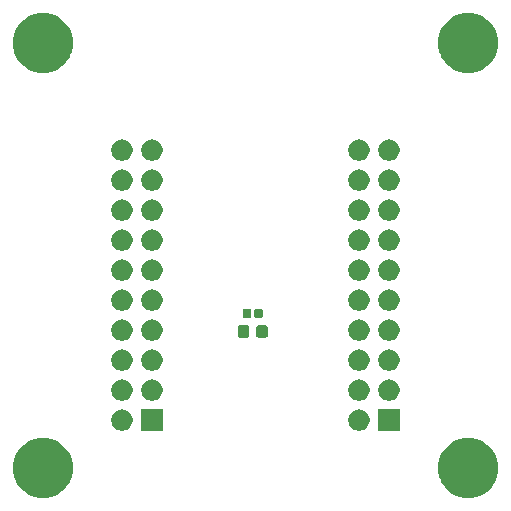
<source format=gbr>
G04 #@! TF.GenerationSoftware,KiCad,Pcbnew,(5.1.6)-1*
G04 #@! TF.CreationDate,2020-10-15T11:20:42+02:00*
G04 #@! TF.ProjectId,DynOSSAT-EDU-HeaderAdapter,44796e4f-5353-4415-942d-4544552d4865,rev?*
G04 #@! TF.SameCoordinates,Original*
G04 #@! TF.FileFunction,Soldermask,Top*
G04 #@! TF.FilePolarity,Negative*
%FSLAX46Y46*%
G04 Gerber Fmt 4.6, Leading zero omitted, Abs format (unit mm)*
G04 Created by KiCad (PCBNEW (5.1.6)-1) date 2020-10-15 11:20:42*
%MOMM*%
%LPD*%
G01*
G04 APERTURE LIST*
%ADD10C,0.100000*%
G04 APERTURE END LIST*
D10*
G36*
X154110098Y-118400233D02*
G01*
X154550210Y-118582533D01*
X154574352Y-118592533D01*
X154992168Y-118871709D01*
X155347491Y-119227032D01*
X155626667Y-119644848D01*
X155626668Y-119644850D01*
X155818967Y-120109102D01*
X155917000Y-120601947D01*
X155917000Y-121104453D01*
X155818967Y-121597298D01*
X155701235Y-121881529D01*
X155626667Y-122061552D01*
X155347491Y-122479368D01*
X154992168Y-122834691D01*
X154574352Y-123113867D01*
X154574351Y-123113868D01*
X154574350Y-123113868D01*
X154110098Y-123306167D01*
X153617253Y-123404200D01*
X153114747Y-123404200D01*
X152621902Y-123306167D01*
X152157650Y-123113868D01*
X152157649Y-123113868D01*
X152157648Y-123113867D01*
X151739832Y-122834691D01*
X151384509Y-122479368D01*
X151105333Y-122061552D01*
X151030765Y-121881529D01*
X150913033Y-121597298D01*
X150815000Y-121104453D01*
X150815000Y-120601947D01*
X150913033Y-120109102D01*
X151105332Y-119644850D01*
X151105333Y-119644848D01*
X151384509Y-119227032D01*
X151739832Y-118871709D01*
X152157648Y-118592533D01*
X152181790Y-118582533D01*
X152621902Y-118400233D01*
X153114747Y-118302200D01*
X153617253Y-118302200D01*
X154110098Y-118400233D01*
G37*
G36*
X118108098Y-118390233D02*
G01*
X118572350Y-118582532D01*
X118572352Y-118582533D01*
X118990168Y-118861709D01*
X119345491Y-119217032D01*
X119475676Y-119411868D01*
X119624668Y-119634850D01*
X119816967Y-120099102D01*
X119915000Y-120591947D01*
X119915000Y-121094453D01*
X119816967Y-121587298D01*
X119664496Y-121955396D01*
X119624667Y-122051552D01*
X119345491Y-122469368D01*
X118990168Y-122824691D01*
X118572352Y-123103867D01*
X118572351Y-123103868D01*
X118572350Y-123103868D01*
X118108098Y-123296167D01*
X117615253Y-123394200D01*
X117112747Y-123394200D01*
X116619902Y-123296167D01*
X116155650Y-123103868D01*
X116155649Y-123103868D01*
X116155648Y-123103867D01*
X115737832Y-122824691D01*
X115382509Y-122469368D01*
X115103333Y-122051552D01*
X115063504Y-121955396D01*
X114911033Y-121587298D01*
X114813000Y-121094453D01*
X114813000Y-120591947D01*
X114911033Y-120099102D01*
X115103332Y-119634850D01*
X115252324Y-119411868D01*
X115382509Y-119217032D01*
X115737832Y-118861709D01*
X116155648Y-118582533D01*
X116155650Y-118582532D01*
X116619902Y-118390233D01*
X117112747Y-118292200D01*
X117615253Y-118292200D01*
X118108098Y-118390233D01*
G37*
G36*
X124167112Y-115893127D02*
G01*
X124316412Y-115922824D01*
X124480384Y-115990744D01*
X124627954Y-116089347D01*
X124753453Y-116214846D01*
X124852056Y-116362416D01*
X124919976Y-116526388D01*
X124954600Y-116700459D01*
X124954600Y-116877941D01*
X124919976Y-117052012D01*
X124852056Y-117215984D01*
X124753453Y-117363554D01*
X124627954Y-117489053D01*
X124480384Y-117587656D01*
X124316412Y-117655576D01*
X124167112Y-117685273D01*
X124142342Y-117690200D01*
X123964858Y-117690200D01*
X123940088Y-117685273D01*
X123790788Y-117655576D01*
X123626816Y-117587656D01*
X123479246Y-117489053D01*
X123353747Y-117363554D01*
X123255144Y-117215984D01*
X123187224Y-117052012D01*
X123152600Y-116877941D01*
X123152600Y-116700459D01*
X123187224Y-116526388D01*
X123255144Y-116362416D01*
X123353747Y-116214846D01*
X123479246Y-116089347D01*
X123626816Y-115990744D01*
X123790788Y-115922824D01*
X123940088Y-115893127D01*
X123964858Y-115888200D01*
X124142342Y-115888200D01*
X124167112Y-115893127D01*
G37*
G36*
X147560600Y-117690200D02*
G01*
X145758600Y-117690200D01*
X145758600Y-115888200D01*
X147560600Y-115888200D01*
X147560600Y-117690200D01*
G37*
G36*
X144233112Y-115893127D02*
G01*
X144382412Y-115922824D01*
X144546384Y-115990744D01*
X144693954Y-116089347D01*
X144819453Y-116214846D01*
X144918056Y-116362416D01*
X144985976Y-116526388D01*
X145020600Y-116700459D01*
X145020600Y-116877941D01*
X144985976Y-117052012D01*
X144918056Y-117215984D01*
X144819453Y-117363554D01*
X144693954Y-117489053D01*
X144546384Y-117587656D01*
X144382412Y-117655576D01*
X144233112Y-117685273D01*
X144208342Y-117690200D01*
X144030858Y-117690200D01*
X144006088Y-117685273D01*
X143856788Y-117655576D01*
X143692816Y-117587656D01*
X143545246Y-117489053D01*
X143419747Y-117363554D01*
X143321144Y-117215984D01*
X143253224Y-117052012D01*
X143218600Y-116877941D01*
X143218600Y-116700459D01*
X143253224Y-116526388D01*
X143321144Y-116362416D01*
X143419747Y-116214846D01*
X143545246Y-116089347D01*
X143692816Y-115990744D01*
X143856788Y-115922824D01*
X144006088Y-115893127D01*
X144030858Y-115888200D01*
X144208342Y-115888200D01*
X144233112Y-115893127D01*
G37*
G36*
X127494600Y-117690200D02*
G01*
X125692600Y-117690200D01*
X125692600Y-115888200D01*
X127494600Y-115888200D01*
X127494600Y-117690200D01*
G37*
G36*
X126707112Y-113353127D02*
G01*
X126856412Y-113382824D01*
X127020384Y-113450744D01*
X127167954Y-113549347D01*
X127293453Y-113674846D01*
X127392056Y-113822416D01*
X127459976Y-113986388D01*
X127494600Y-114160459D01*
X127494600Y-114337941D01*
X127459976Y-114512012D01*
X127392056Y-114675984D01*
X127293453Y-114823554D01*
X127167954Y-114949053D01*
X127020384Y-115047656D01*
X126856412Y-115115576D01*
X126707112Y-115145273D01*
X126682342Y-115150200D01*
X126504858Y-115150200D01*
X126480088Y-115145273D01*
X126330788Y-115115576D01*
X126166816Y-115047656D01*
X126019246Y-114949053D01*
X125893747Y-114823554D01*
X125795144Y-114675984D01*
X125727224Y-114512012D01*
X125692600Y-114337941D01*
X125692600Y-114160459D01*
X125727224Y-113986388D01*
X125795144Y-113822416D01*
X125893747Y-113674846D01*
X126019246Y-113549347D01*
X126166816Y-113450744D01*
X126330788Y-113382824D01*
X126480088Y-113353127D01*
X126504858Y-113348200D01*
X126682342Y-113348200D01*
X126707112Y-113353127D01*
G37*
G36*
X124167112Y-113353127D02*
G01*
X124316412Y-113382824D01*
X124480384Y-113450744D01*
X124627954Y-113549347D01*
X124753453Y-113674846D01*
X124852056Y-113822416D01*
X124919976Y-113986388D01*
X124954600Y-114160459D01*
X124954600Y-114337941D01*
X124919976Y-114512012D01*
X124852056Y-114675984D01*
X124753453Y-114823554D01*
X124627954Y-114949053D01*
X124480384Y-115047656D01*
X124316412Y-115115576D01*
X124167112Y-115145273D01*
X124142342Y-115150200D01*
X123964858Y-115150200D01*
X123940088Y-115145273D01*
X123790788Y-115115576D01*
X123626816Y-115047656D01*
X123479246Y-114949053D01*
X123353747Y-114823554D01*
X123255144Y-114675984D01*
X123187224Y-114512012D01*
X123152600Y-114337941D01*
X123152600Y-114160459D01*
X123187224Y-113986388D01*
X123255144Y-113822416D01*
X123353747Y-113674846D01*
X123479246Y-113549347D01*
X123626816Y-113450744D01*
X123790788Y-113382824D01*
X123940088Y-113353127D01*
X123964858Y-113348200D01*
X124142342Y-113348200D01*
X124167112Y-113353127D01*
G37*
G36*
X146773112Y-113353127D02*
G01*
X146922412Y-113382824D01*
X147086384Y-113450744D01*
X147233954Y-113549347D01*
X147359453Y-113674846D01*
X147458056Y-113822416D01*
X147525976Y-113986388D01*
X147560600Y-114160459D01*
X147560600Y-114337941D01*
X147525976Y-114512012D01*
X147458056Y-114675984D01*
X147359453Y-114823554D01*
X147233954Y-114949053D01*
X147086384Y-115047656D01*
X146922412Y-115115576D01*
X146773112Y-115145273D01*
X146748342Y-115150200D01*
X146570858Y-115150200D01*
X146546088Y-115145273D01*
X146396788Y-115115576D01*
X146232816Y-115047656D01*
X146085246Y-114949053D01*
X145959747Y-114823554D01*
X145861144Y-114675984D01*
X145793224Y-114512012D01*
X145758600Y-114337941D01*
X145758600Y-114160459D01*
X145793224Y-113986388D01*
X145861144Y-113822416D01*
X145959747Y-113674846D01*
X146085246Y-113549347D01*
X146232816Y-113450744D01*
X146396788Y-113382824D01*
X146546088Y-113353127D01*
X146570858Y-113348200D01*
X146748342Y-113348200D01*
X146773112Y-113353127D01*
G37*
G36*
X144233112Y-113353127D02*
G01*
X144382412Y-113382824D01*
X144546384Y-113450744D01*
X144693954Y-113549347D01*
X144819453Y-113674846D01*
X144918056Y-113822416D01*
X144985976Y-113986388D01*
X145020600Y-114160459D01*
X145020600Y-114337941D01*
X144985976Y-114512012D01*
X144918056Y-114675984D01*
X144819453Y-114823554D01*
X144693954Y-114949053D01*
X144546384Y-115047656D01*
X144382412Y-115115576D01*
X144233112Y-115145273D01*
X144208342Y-115150200D01*
X144030858Y-115150200D01*
X144006088Y-115145273D01*
X143856788Y-115115576D01*
X143692816Y-115047656D01*
X143545246Y-114949053D01*
X143419747Y-114823554D01*
X143321144Y-114675984D01*
X143253224Y-114512012D01*
X143218600Y-114337941D01*
X143218600Y-114160459D01*
X143253224Y-113986388D01*
X143321144Y-113822416D01*
X143419747Y-113674846D01*
X143545246Y-113549347D01*
X143692816Y-113450744D01*
X143856788Y-113382824D01*
X144006088Y-113353127D01*
X144030858Y-113348200D01*
X144208342Y-113348200D01*
X144233112Y-113353127D01*
G37*
G36*
X126707112Y-110813127D02*
G01*
X126856412Y-110842824D01*
X127020384Y-110910744D01*
X127167954Y-111009347D01*
X127293453Y-111134846D01*
X127392056Y-111282416D01*
X127459976Y-111446388D01*
X127494600Y-111620459D01*
X127494600Y-111797941D01*
X127459976Y-111972012D01*
X127392056Y-112135984D01*
X127293453Y-112283554D01*
X127167954Y-112409053D01*
X127020384Y-112507656D01*
X126856412Y-112575576D01*
X126707112Y-112605273D01*
X126682342Y-112610200D01*
X126504858Y-112610200D01*
X126480088Y-112605273D01*
X126330788Y-112575576D01*
X126166816Y-112507656D01*
X126019246Y-112409053D01*
X125893747Y-112283554D01*
X125795144Y-112135984D01*
X125727224Y-111972012D01*
X125692600Y-111797941D01*
X125692600Y-111620459D01*
X125727224Y-111446388D01*
X125795144Y-111282416D01*
X125893747Y-111134846D01*
X126019246Y-111009347D01*
X126166816Y-110910744D01*
X126330788Y-110842824D01*
X126480088Y-110813127D01*
X126504858Y-110808200D01*
X126682342Y-110808200D01*
X126707112Y-110813127D01*
G37*
G36*
X144233112Y-110813127D02*
G01*
X144382412Y-110842824D01*
X144546384Y-110910744D01*
X144693954Y-111009347D01*
X144819453Y-111134846D01*
X144918056Y-111282416D01*
X144985976Y-111446388D01*
X145020600Y-111620459D01*
X145020600Y-111797941D01*
X144985976Y-111972012D01*
X144918056Y-112135984D01*
X144819453Y-112283554D01*
X144693954Y-112409053D01*
X144546384Y-112507656D01*
X144382412Y-112575576D01*
X144233112Y-112605273D01*
X144208342Y-112610200D01*
X144030858Y-112610200D01*
X144006088Y-112605273D01*
X143856788Y-112575576D01*
X143692816Y-112507656D01*
X143545246Y-112409053D01*
X143419747Y-112283554D01*
X143321144Y-112135984D01*
X143253224Y-111972012D01*
X143218600Y-111797941D01*
X143218600Y-111620459D01*
X143253224Y-111446388D01*
X143321144Y-111282416D01*
X143419747Y-111134846D01*
X143545246Y-111009347D01*
X143692816Y-110910744D01*
X143856788Y-110842824D01*
X144006088Y-110813127D01*
X144030858Y-110808200D01*
X144208342Y-110808200D01*
X144233112Y-110813127D01*
G37*
G36*
X146773112Y-110813127D02*
G01*
X146922412Y-110842824D01*
X147086384Y-110910744D01*
X147233954Y-111009347D01*
X147359453Y-111134846D01*
X147458056Y-111282416D01*
X147525976Y-111446388D01*
X147560600Y-111620459D01*
X147560600Y-111797941D01*
X147525976Y-111972012D01*
X147458056Y-112135984D01*
X147359453Y-112283554D01*
X147233954Y-112409053D01*
X147086384Y-112507656D01*
X146922412Y-112575576D01*
X146773112Y-112605273D01*
X146748342Y-112610200D01*
X146570858Y-112610200D01*
X146546088Y-112605273D01*
X146396788Y-112575576D01*
X146232816Y-112507656D01*
X146085246Y-112409053D01*
X145959747Y-112283554D01*
X145861144Y-112135984D01*
X145793224Y-111972012D01*
X145758600Y-111797941D01*
X145758600Y-111620459D01*
X145793224Y-111446388D01*
X145861144Y-111282416D01*
X145959747Y-111134846D01*
X146085246Y-111009347D01*
X146232816Y-110910744D01*
X146396788Y-110842824D01*
X146546088Y-110813127D01*
X146570858Y-110808200D01*
X146748342Y-110808200D01*
X146773112Y-110813127D01*
G37*
G36*
X124167112Y-110813127D02*
G01*
X124316412Y-110842824D01*
X124480384Y-110910744D01*
X124627954Y-111009347D01*
X124753453Y-111134846D01*
X124852056Y-111282416D01*
X124919976Y-111446388D01*
X124954600Y-111620459D01*
X124954600Y-111797941D01*
X124919976Y-111972012D01*
X124852056Y-112135984D01*
X124753453Y-112283554D01*
X124627954Y-112409053D01*
X124480384Y-112507656D01*
X124316412Y-112575576D01*
X124167112Y-112605273D01*
X124142342Y-112610200D01*
X123964858Y-112610200D01*
X123940088Y-112605273D01*
X123790788Y-112575576D01*
X123626816Y-112507656D01*
X123479246Y-112409053D01*
X123353747Y-112283554D01*
X123255144Y-112135984D01*
X123187224Y-111972012D01*
X123152600Y-111797941D01*
X123152600Y-111620459D01*
X123187224Y-111446388D01*
X123255144Y-111282416D01*
X123353747Y-111134846D01*
X123479246Y-111009347D01*
X123626816Y-110910744D01*
X123790788Y-110842824D01*
X123940088Y-110813127D01*
X123964858Y-110808200D01*
X124142342Y-110808200D01*
X124167112Y-110813127D01*
G37*
G36*
X126707112Y-108273127D02*
G01*
X126856412Y-108302824D01*
X127020384Y-108370744D01*
X127167954Y-108469347D01*
X127293453Y-108594846D01*
X127392056Y-108742416D01*
X127459976Y-108906388D01*
X127494600Y-109080459D01*
X127494600Y-109257941D01*
X127459976Y-109432012D01*
X127392056Y-109595984D01*
X127293453Y-109743554D01*
X127167954Y-109869053D01*
X127020384Y-109967656D01*
X126856412Y-110035576D01*
X126707112Y-110065273D01*
X126682342Y-110070200D01*
X126504858Y-110070200D01*
X126480088Y-110065273D01*
X126330788Y-110035576D01*
X126166816Y-109967656D01*
X126019246Y-109869053D01*
X125893747Y-109743554D01*
X125795144Y-109595984D01*
X125727224Y-109432012D01*
X125692600Y-109257941D01*
X125692600Y-109080459D01*
X125727224Y-108906388D01*
X125795144Y-108742416D01*
X125893747Y-108594846D01*
X126019246Y-108469347D01*
X126166816Y-108370744D01*
X126330788Y-108302824D01*
X126480088Y-108273127D01*
X126504858Y-108268200D01*
X126682342Y-108268200D01*
X126707112Y-108273127D01*
G37*
G36*
X124167112Y-108273127D02*
G01*
X124316412Y-108302824D01*
X124480384Y-108370744D01*
X124627954Y-108469347D01*
X124753453Y-108594846D01*
X124852056Y-108742416D01*
X124919976Y-108906388D01*
X124954600Y-109080459D01*
X124954600Y-109257941D01*
X124919976Y-109432012D01*
X124852056Y-109595984D01*
X124753453Y-109743554D01*
X124627954Y-109869053D01*
X124480384Y-109967656D01*
X124316412Y-110035576D01*
X124167112Y-110065273D01*
X124142342Y-110070200D01*
X123964858Y-110070200D01*
X123940088Y-110065273D01*
X123790788Y-110035576D01*
X123626816Y-109967656D01*
X123479246Y-109869053D01*
X123353747Y-109743554D01*
X123255144Y-109595984D01*
X123187224Y-109432012D01*
X123152600Y-109257941D01*
X123152600Y-109080459D01*
X123187224Y-108906388D01*
X123255144Y-108742416D01*
X123353747Y-108594846D01*
X123479246Y-108469347D01*
X123626816Y-108370744D01*
X123790788Y-108302824D01*
X123940088Y-108273127D01*
X123964858Y-108268200D01*
X124142342Y-108268200D01*
X124167112Y-108273127D01*
G37*
G36*
X144233112Y-108273127D02*
G01*
X144382412Y-108302824D01*
X144546384Y-108370744D01*
X144693954Y-108469347D01*
X144819453Y-108594846D01*
X144918056Y-108742416D01*
X144985976Y-108906388D01*
X145020600Y-109080459D01*
X145020600Y-109257941D01*
X144985976Y-109432012D01*
X144918056Y-109595984D01*
X144819453Y-109743554D01*
X144693954Y-109869053D01*
X144546384Y-109967656D01*
X144382412Y-110035576D01*
X144233112Y-110065273D01*
X144208342Y-110070200D01*
X144030858Y-110070200D01*
X144006088Y-110065273D01*
X143856788Y-110035576D01*
X143692816Y-109967656D01*
X143545246Y-109869053D01*
X143419747Y-109743554D01*
X143321144Y-109595984D01*
X143253224Y-109432012D01*
X143218600Y-109257941D01*
X143218600Y-109080459D01*
X143253224Y-108906388D01*
X143321144Y-108742416D01*
X143419747Y-108594846D01*
X143545246Y-108469347D01*
X143692816Y-108370744D01*
X143856788Y-108302824D01*
X144006088Y-108273127D01*
X144030858Y-108268200D01*
X144208342Y-108268200D01*
X144233112Y-108273127D01*
G37*
G36*
X146773112Y-108273127D02*
G01*
X146922412Y-108302824D01*
X147086384Y-108370744D01*
X147233954Y-108469347D01*
X147359453Y-108594846D01*
X147458056Y-108742416D01*
X147525976Y-108906388D01*
X147560600Y-109080459D01*
X147560600Y-109257941D01*
X147525976Y-109432012D01*
X147458056Y-109595984D01*
X147359453Y-109743554D01*
X147233954Y-109869053D01*
X147086384Y-109967656D01*
X146922412Y-110035576D01*
X146773112Y-110065273D01*
X146748342Y-110070200D01*
X146570858Y-110070200D01*
X146546088Y-110065273D01*
X146396788Y-110035576D01*
X146232816Y-109967656D01*
X146085246Y-109869053D01*
X145959747Y-109743554D01*
X145861144Y-109595984D01*
X145793224Y-109432012D01*
X145758600Y-109257941D01*
X145758600Y-109080459D01*
X145793224Y-108906388D01*
X145861144Y-108742416D01*
X145959747Y-108594846D01*
X146085246Y-108469347D01*
X146232816Y-108370744D01*
X146396788Y-108302824D01*
X146546088Y-108273127D01*
X146570858Y-108268200D01*
X146748342Y-108268200D01*
X146773112Y-108273127D01*
G37*
G36*
X136257591Y-108761085D02*
G01*
X136291569Y-108771393D01*
X136322890Y-108788134D01*
X136350339Y-108810661D01*
X136372866Y-108838110D01*
X136389607Y-108869431D01*
X136399915Y-108903409D01*
X136404000Y-108944890D01*
X136404000Y-109621110D01*
X136399915Y-109662591D01*
X136389607Y-109696569D01*
X136372866Y-109727890D01*
X136350339Y-109755339D01*
X136322890Y-109777866D01*
X136291569Y-109794607D01*
X136257591Y-109804915D01*
X136216110Y-109809000D01*
X135614890Y-109809000D01*
X135573409Y-109804915D01*
X135539431Y-109794607D01*
X135508110Y-109777866D01*
X135480661Y-109755339D01*
X135458134Y-109727890D01*
X135441393Y-109696569D01*
X135431085Y-109662591D01*
X135427000Y-109621110D01*
X135427000Y-108944890D01*
X135431085Y-108903409D01*
X135441393Y-108869431D01*
X135458134Y-108838110D01*
X135480661Y-108810661D01*
X135508110Y-108788134D01*
X135539431Y-108771393D01*
X135573409Y-108761085D01*
X135614890Y-108757000D01*
X136216110Y-108757000D01*
X136257591Y-108761085D01*
G37*
G36*
X134682591Y-108761085D02*
G01*
X134716569Y-108771393D01*
X134747890Y-108788134D01*
X134775339Y-108810661D01*
X134797866Y-108838110D01*
X134814607Y-108869431D01*
X134824915Y-108903409D01*
X134829000Y-108944890D01*
X134829000Y-109621110D01*
X134824915Y-109662591D01*
X134814607Y-109696569D01*
X134797866Y-109727890D01*
X134775339Y-109755339D01*
X134747890Y-109777866D01*
X134716569Y-109794607D01*
X134682591Y-109804915D01*
X134641110Y-109809000D01*
X134039890Y-109809000D01*
X133998409Y-109804915D01*
X133964431Y-109794607D01*
X133933110Y-109777866D01*
X133905661Y-109755339D01*
X133883134Y-109727890D01*
X133866393Y-109696569D01*
X133856085Y-109662591D01*
X133852000Y-109621110D01*
X133852000Y-108944890D01*
X133856085Y-108903409D01*
X133866393Y-108869431D01*
X133883134Y-108838110D01*
X133905661Y-108810661D01*
X133933110Y-108788134D01*
X133964431Y-108771393D01*
X133998409Y-108761085D01*
X134039890Y-108757000D01*
X134641110Y-108757000D01*
X134682591Y-108761085D01*
G37*
G36*
X134899938Y-107390716D02*
G01*
X134920557Y-107396971D01*
X134939553Y-107407124D01*
X134956208Y-107420792D01*
X134969876Y-107437447D01*
X134980029Y-107456443D01*
X134986284Y-107477062D01*
X134989000Y-107504640D01*
X134989000Y-108013360D01*
X134986284Y-108040938D01*
X134980029Y-108061557D01*
X134969876Y-108080553D01*
X134956208Y-108097208D01*
X134939553Y-108110876D01*
X134920557Y-108121029D01*
X134899938Y-108127284D01*
X134872360Y-108130000D01*
X134413640Y-108130000D01*
X134386062Y-108127284D01*
X134365443Y-108121029D01*
X134346447Y-108110876D01*
X134329792Y-108097208D01*
X134316124Y-108080553D01*
X134305971Y-108061557D01*
X134299716Y-108040938D01*
X134297000Y-108013360D01*
X134297000Y-107504640D01*
X134299716Y-107477062D01*
X134305971Y-107456443D01*
X134316124Y-107437447D01*
X134329792Y-107420792D01*
X134346447Y-107407124D01*
X134365443Y-107396971D01*
X134386062Y-107390716D01*
X134413640Y-107388000D01*
X134872360Y-107388000D01*
X134899938Y-107390716D01*
G37*
G36*
X135869938Y-107390716D02*
G01*
X135890557Y-107396971D01*
X135909553Y-107407124D01*
X135926208Y-107420792D01*
X135939876Y-107437447D01*
X135950029Y-107456443D01*
X135956284Y-107477062D01*
X135959000Y-107504640D01*
X135959000Y-108013360D01*
X135956284Y-108040938D01*
X135950029Y-108061557D01*
X135939876Y-108080553D01*
X135926208Y-108097208D01*
X135909553Y-108110876D01*
X135890557Y-108121029D01*
X135869938Y-108127284D01*
X135842360Y-108130000D01*
X135383640Y-108130000D01*
X135356062Y-108127284D01*
X135335443Y-108121029D01*
X135316447Y-108110876D01*
X135299792Y-108097208D01*
X135286124Y-108080553D01*
X135275971Y-108061557D01*
X135269716Y-108040938D01*
X135267000Y-108013360D01*
X135267000Y-107504640D01*
X135269716Y-107477062D01*
X135275971Y-107456443D01*
X135286124Y-107437447D01*
X135299792Y-107420792D01*
X135316447Y-107407124D01*
X135335443Y-107396971D01*
X135356062Y-107390716D01*
X135383640Y-107388000D01*
X135842360Y-107388000D01*
X135869938Y-107390716D01*
G37*
G36*
X126707112Y-105733127D02*
G01*
X126856412Y-105762824D01*
X127020384Y-105830744D01*
X127167954Y-105929347D01*
X127293453Y-106054846D01*
X127392056Y-106202416D01*
X127459976Y-106366388D01*
X127494600Y-106540459D01*
X127494600Y-106717941D01*
X127459976Y-106892012D01*
X127392056Y-107055984D01*
X127293453Y-107203554D01*
X127167954Y-107329053D01*
X127020384Y-107427656D01*
X126856412Y-107495576D01*
X126707112Y-107525273D01*
X126682342Y-107530200D01*
X126504858Y-107530200D01*
X126480088Y-107525273D01*
X126330788Y-107495576D01*
X126166816Y-107427656D01*
X126019246Y-107329053D01*
X125893747Y-107203554D01*
X125795144Y-107055984D01*
X125727224Y-106892012D01*
X125692600Y-106717941D01*
X125692600Y-106540459D01*
X125727224Y-106366388D01*
X125795144Y-106202416D01*
X125893747Y-106054846D01*
X126019246Y-105929347D01*
X126166816Y-105830744D01*
X126330788Y-105762824D01*
X126480088Y-105733127D01*
X126504858Y-105728200D01*
X126682342Y-105728200D01*
X126707112Y-105733127D01*
G37*
G36*
X144233112Y-105733127D02*
G01*
X144382412Y-105762824D01*
X144546384Y-105830744D01*
X144693954Y-105929347D01*
X144819453Y-106054846D01*
X144918056Y-106202416D01*
X144985976Y-106366388D01*
X145020600Y-106540459D01*
X145020600Y-106717941D01*
X144985976Y-106892012D01*
X144918056Y-107055984D01*
X144819453Y-107203554D01*
X144693954Y-107329053D01*
X144546384Y-107427656D01*
X144382412Y-107495576D01*
X144233112Y-107525273D01*
X144208342Y-107530200D01*
X144030858Y-107530200D01*
X144006088Y-107525273D01*
X143856788Y-107495576D01*
X143692816Y-107427656D01*
X143545246Y-107329053D01*
X143419747Y-107203554D01*
X143321144Y-107055984D01*
X143253224Y-106892012D01*
X143218600Y-106717941D01*
X143218600Y-106540459D01*
X143253224Y-106366388D01*
X143321144Y-106202416D01*
X143419747Y-106054846D01*
X143545246Y-105929347D01*
X143692816Y-105830744D01*
X143856788Y-105762824D01*
X144006088Y-105733127D01*
X144030858Y-105728200D01*
X144208342Y-105728200D01*
X144233112Y-105733127D01*
G37*
G36*
X124167112Y-105733127D02*
G01*
X124316412Y-105762824D01*
X124480384Y-105830744D01*
X124627954Y-105929347D01*
X124753453Y-106054846D01*
X124852056Y-106202416D01*
X124919976Y-106366388D01*
X124954600Y-106540459D01*
X124954600Y-106717941D01*
X124919976Y-106892012D01*
X124852056Y-107055984D01*
X124753453Y-107203554D01*
X124627954Y-107329053D01*
X124480384Y-107427656D01*
X124316412Y-107495576D01*
X124167112Y-107525273D01*
X124142342Y-107530200D01*
X123964858Y-107530200D01*
X123940088Y-107525273D01*
X123790788Y-107495576D01*
X123626816Y-107427656D01*
X123479246Y-107329053D01*
X123353747Y-107203554D01*
X123255144Y-107055984D01*
X123187224Y-106892012D01*
X123152600Y-106717941D01*
X123152600Y-106540459D01*
X123187224Y-106366388D01*
X123255144Y-106202416D01*
X123353747Y-106054846D01*
X123479246Y-105929347D01*
X123626816Y-105830744D01*
X123790788Y-105762824D01*
X123940088Y-105733127D01*
X123964858Y-105728200D01*
X124142342Y-105728200D01*
X124167112Y-105733127D01*
G37*
G36*
X146773112Y-105733127D02*
G01*
X146922412Y-105762824D01*
X147086384Y-105830744D01*
X147233954Y-105929347D01*
X147359453Y-106054846D01*
X147458056Y-106202416D01*
X147525976Y-106366388D01*
X147560600Y-106540459D01*
X147560600Y-106717941D01*
X147525976Y-106892012D01*
X147458056Y-107055984D01*
X147359453Y-107203554D01*
X147233954Y-107329053D01*
X147086384Y-107427656D01*
X146922412Y-107495576D01*
X146773112Y-107525273D01*
X146748342Y-107530200D01*
X146570858Y-107530200D01*
X146546088Y-107525273D01*
X146396788Y-107495576D01*
X146232816Y-107427656D01*
X146085246Y-107329053D01*
X145959747Y-107203554D01*
X145861144Y-107055984D01*
X145793224Y-106892012D01*
X145758600Y-106717941D01*
X145758600Y-106540459D01*
X145793224Y-106366388D01*
X145861144Y-106202416D01*
X145959747Y-106054846D01*
X146085246Y-105929347D01*
X146232816Y-105830744D01*
X146396788Y-105762824D01*
X146546088Y-105733127D01*
X146570858Y-105728200D01*
X146748342Y-105728200D01*
X146773112Y-105733127D01*
G37*
G36*
X146773112Y-103193127D02*
G01*
X146922412Y-103222824D01*
X147086384Y-103290744D01*
X147233954Y-103389347D01*
X147359453Y-103514846D01*
X147458056Y-103662416D01*
X147525976Y-103826388D01*
X147560600Y-104000459D01*
X147560600Y-104177941D01*
X147525976Y-104352012D01*
X147458056Y-104515984D01*
X147359453Y-104663554D01*
X147233954Y-104789053D01*
X147086384Y-104887656D01*
X146922412Y-104955576D01*
X146773112Y-104985273D01*
X146748342Y-104990200D01*
X146570858Y-104990200D01*
X146546088Y-104985273D01*
X146396788Y-104955576D01*
X146232816Y-104887656D01*
X146085246Y-104789053D01*
X145959747Y-104663554D01*
X145861144Y-104515984D01*
X145793224Y-104352012D01*
X145758600Y-104177941D01*
X145758600Y-104000459D01*
X145793224Y-103826388D01*
X145861144Y-103662416D01*
X145959747Y-103514846D01*
X146085246Y-103389347D01*
X146232816Y-103290744D01*
X146396788Y-103222824D01*
X146546088Y-103193127D01*
X146570858Y-103188200D01*
X146748342Y-103188200D01*
X146773112Y-103193127D01*
G37*
G36*
X126707112Y-103193127D02*
G01*
X126856412Y-103222824D01*
X127020384Y-103290744D01*
X127167954Y-103389347D01*
X127293453Y-103514846D01*
X127392056Y-103662416D01*
X127459976Y-103826388D01*
X127494600Y-104000459D01*
X127494600Y-104177941D01*
X127459976Y-104352012D01*
X127392056Y-104515984D01*
X127293453Y-104663554D01*
X127167954Y-104789053D01*
X127020384Y-104887656D01*
X126856412Y-104955576D01*
X126707112Y-104985273D01*
X126682342Y-104990200D01*
X126504858Y-104990200D01*
X126480088Y-104985273D01*
X126330788Y-104955576D01*
X126166816Y-104887656D01*
X126019246Y-104789053D01*
X125893747Y-104663554D01*
X125795144Y-104515984D01*
X125727224Y-104352012D01*
X125692600Y-104177941D01*
X125692600Y-104000459D01*
X125727224Y-103826388D01*
X125795144Y-103662416D01*
X125893747Y-103514846D01*
X126019246Y-103389347D01*
X126166816Y-103290744D01*
X126330788Y-103222824D01*
X126480088Y-103193127D01*
X126504858Y-103188200D01*
X126682342Y-103188200D01*
X126707112Y-103193127D01*
G37*
G36*
X124167112Y-103193127D02*
G01*
X124316412Y-103222824D01*
X124480384Y-103290744D01*
X124627954Y-103389347D01*
X124753453Y-103514846D01*
X124852056Y-103662416D01*
X124919976Y-103826388D01*
X124954600Y-104000459D01*
X124954600Y-104177941D01*
X124919976Y-104352012D01*
X124852056Y-104515984D01*
X124753453Y-104663554D01*
X124627954Y-104789053D01*
X124480384Y-104887656D01*
X124316412Y-104955576D01*
X124167112Y-104985273D01*
X124142342Y-104990200D01*
X123964858Y-104990200D01*
X123940088Y-104985273D01*
X123790788Y-104955576D01*
X123626816Y-104887656D01*
X123479246Y-104789053D01*
X123353747Y-104663554D01*
X123255144Y-104515984D01*
X123187224Y-104352012D01*
X123152600Y-104177941D01*
X123152600Y-104000459D01*
X123187224Y-103826388D01*
X123255144Y-103662416D01*
X123353747Y-103514846D01*
X123479246Y-103389347D01*
X123626816Y-103290744D01*
X123790788Y-103222824D01*
X123940088Y-103193127D01*
X123964858Y-103188200D01*
X124142342Y-103188200D01*
X124167112Y-103193127D01*
G37*
G36*
X144233112Y-103193127D02*
G01*
X144382412Y-103222824D01*
X144546384Y-103290744D01*
X144693954Y-103389347D01*
X144819453Y-103514846D01*
X144918056Y-103662416D01*
X144985976Y-103826388D01*
X145020600Y-104000459D01*
X145020600Y-104177941D01*
X144985976Y-104352012D01*
X144918056Y-104515984D01*
X144819453Y-104663554D01*
X144693954Y-104789053D01*
X144546384Y-104887656D01*
X144382412Y-104955576D01*
X144233112Y-104985273D01*
X144208342Y-104990200D01*
X144030858Y-104990200D01*
X144006088Y-104985273D01*
X143856788Y-104955576D01*
X143692816Y-104887656D01*
X143545246Y-104789053D01*
X143419747Y-104663554D01*
X143321144Y-104515984D01*
X143253224Y-104352012D01*
X143218600Y-104177941D01*
X143218600Y-104000459D01*
X143253224Y-103826388D01*
X143321144Y-103662416D01*
X143419747Y-103514846D01*
X143545246Y-103389347D01*
X143692816Y-103290744D01*
X143856788Y-103222824D01*
X144006088Y-103193127D01*
X144030858Y-103188200D01*
X144208342Y-103188200D01*
X144233112Y-103193127D01*
G37*
G36*
X146773112Y-100653127D02*
G01*
X146922412Y-100682824D01*
X147086384Y-100750744D01*
X147233954Y-100849347D01*
X147359453Y-100974846D01*
X147458056Y-101122416D01*
X147525976Y-101286388D01*
X147560600Y-101460459D01*
X147560600Y-101637941D01*
X147525976Y-101812012D01*
X147458056Y-101975984D01*
X147359453Y-102123554D01*
X147233954Y-102249053D01*
X147086384Y-102347656D01*
X146922412Y-102415576D01*
X146773112Y-102445273D01*
X146748342Y-102450200D01*
X146570858Y-102450200D01*
X146546088Y-102445273D01*
X146396788Y-102415576D01*
X146232816Y-102347656D01*
X146085246Y-102249053D01*
X145959747Y-102123554D01*
X145861144Y-101975984D01*
X145793224Y-101812012D01*
X145758600Y-101637941D01*
X145758600Y-101460459D01*
X145793224Y-101286388D01*
X145861144Y-101122416D01*
X145959747Y-100974846D01*
X146085246Y-100849347D01*
X146232816Y-100750744D01*
X146396788Y-100682824D01*
X146546088Y-100653127D01*
X146570858Y-100648200D01*
X146748342Y-100648200D01*
X146773112Y-100653127D01*
G37*
G36*
X144233112Y-100653127D02*
G01*
X144382412Y-100682824D01*
X144546384Y-100750744D01*
X144693954Y-100849347D01*
X144819453Y-100974846D01*
X144918056Y-101122416D01*
X144985976Y-101286388D01*
X145020600Y-101460459D01*
X145020600Y-101637941D01*
X144985976Y-101812012D01*
X144918056Y-101975984D01*
X144819453Y-102123554D01*
X144693954Y-102249053D01*
X144546384Y-102347656D01*
X144382412Y-102415576D01*
X144233112Y-102445273D01*
X144208342Y-102450200D01*
X144030858Y-102450200D01*
X144006088Y-102445273D01*
X143856788Y-102415576D01*
X143692816Y-102347656D01*
X143545246Y-102249053D01*
X143419747Y-102123554D01*
X143321144Y-101975984D01*
X143253224Y-101812012D01*
X143218600Y-101637941D01*
X143218600Y-101460459D01*
X143253224Y-101286388D01*
X143321144Y-101122416D01*
X143419747Y-100974846D01*
X143545246Y-100849347D01*
X143692816Y-100750744D01*
X143856788Y-100682824D01*
X144006088Y-100653127D01*
X144030858Y-100648200D01*
X144208342Y-100648200D01*
X144233112Y-100653127D01*
G37*
G36*
X126707112Y-100653127D02*
G01*
X126856412Y-100682824D01*
X127020384Y-100750744D01*
X127167954Y-100849347D01*
X127293453Y-100974846D01*
X127392056Y-101122416D01*
X127459976Y-101286388D01*
X127494600Y-101460459D01*
X127494600Y-101637941D01*
X127459976Y-101812012D01*
X127392056Y-101975984D01*
X127293453Y-102123554D01*
X127167954Y-102249053D01*
X127020384Y-102347656D01*
X126856412Y-102415576D01*
X126707112Y-102445273D01*
X126682342Y-102450200D01*
X126504858Y-102450200D01*
X126480088Y-102445273D01*
X126330788Y-102415576D01*
X126166816Y-102347656D01*
X126019246Y-102249053D01*
X125893747Y-102123554D01*
X125795144Y-101975984D01*
X125727224Y-101812012D01*
X125692600Y-101637941D01*
X125692600Y-101460459D01*
X125727224Y-101286388D01*
X125795144Y-101122416D01*
X125893747Y-100974846D01*
X126019246Y-100849347D01*
X126166816Y-100750744D01*
X126330788Y-100682824D01*
X126480088Y-100653127D01*
X126504858Y-100648200D01*
X126682342Y-100648200D01*
X126707112Y-100653127D01*
G37*
G36*
X124167112Y-100653127D02*
G01*
X124316412Y-100682824D01*
X124480384Y-100750744D01*
X124627954Y-100849347D01*
X124753453Y-100974846D01*
X124852056Y-101122416D01*
X124919976Y-101286388D01*
X124954600Y-101460459D01*
X124954600Y-101637941D01*
X124919976Y-101812012D01*
X124852056Y-101975984D01*
X124753453Y-102123554D01*
X124627954Y-102249053D01*
X124480384Y-102347656D01*
X124316412Y-102415576D01*
X124167112Y-102445273D01*
X124142342Y-102450200D01*
X123964858Y-102450200D01*
X123940088Y-102445273D01*
X123790788Y-102415576D01*
X123626816Y-102347656D01*
X123479246Y-102249053D01*
X123353747Y-102123554D01*
X123255144Y-101975984D01*
X123187224Y-101812012D01*
X123152600Y-101637941D01*
X123152600Y-101460459D01*
X123187224Y-101286388D01*
X123255144Y-101122416D01*
X123353747Y-100974846D01*
X123479246Y-100849347D01*
X123626816Y-100750744D01*
X123790788Y-100682824D01*
X123940088Y-100653127D01*
X123964858Y-100648200D01*
X124142342Y-100648200D01*
X124167112Y-100653127D01*
G37*
G36*
X144233112Y-98113127D02*
G01*
X144382412Y-98142824D01*
X144546384Y-98210744D01*
X144693954Y-98309347D01*
X144819453Y-98434846D01*
X144918056Y-98582416D01*
X144985976Y-98746388D01*
X145020600Y-98920459D01*
X145020600Y-99097941D01*
X144985976Y-99272012D01*
X144918056Y-99435984D01*
X144819453Y-99583554D01*
X144693954Y-99709053D01*
X144546384Y-99807656D01*
X144382412Y-99875576D01*
X144233112Y-99905273D01*
X144208342Y-99910200D01*
X144030858Y-99910200D01*
X144006088Y-99905273D01*
X143856788Y-99875576D01*
X143692816Y-99807656D01*
X143545246Y-99709053D01*
X143419747Y-99583554D01*
X143321144Y-99435984D01*
X143253224Y-99272012D01*
X143218600Y-99097941D01*
X143218600Y-98920459D01*
X143253224Y-98746388D01*
X143321144Y-98582416D01*
X143419747Y-98434846D01*
X143545246Y-98309347D01*
X143692816Y-98210744D01*
X143856788Y-98142824D01*
X144006088Y-98113127D01*
X144030858Y-98108200D01*
X144208342Y-98108200D01*
X144233112Y-98113127D01*
G37*
G36*
X126707112Y-98113127D02*
G01*
X126856412Y-98142824D01*
X127020384Y-98210744D01*
X127167954Y-98309347D01*
X127293453Y-98434846D01*
X127392056Y-98582416D01*
X127459976Y-98746388D01*
X127494600Y-98920459D01*
X127494600Y-99097941D01*
X127459976Y-99272012D01*
X127392056Y-99435984D01*
X127293453Y-99583554D01*
X127167954Y-99709053D01*
X127020384Y-99807656D01*
X126856412Y-99875576D01*
X126707112Y-99905273D01*
X126682342Y-99910200D01*
X126504858Y-99910200D01*
X126480088Y-99905273D01*
X126330788Y-99875576D01*
X126166816Y-99807656D01*
X126019246Y-99709053D01*
X125893747Y-99583554D01*
X125795144Y-99435984D01*
X125727224Y-99272012D01*
X125692600Y-99097941D01*
X125692600Y-98920459D01*
X125727224Y-98746388D01*
X125795144Y-98582416D01*
X125893747Y-98434846D01*
X126019246Y-98309347D01*
X126166816Y-98210744D01*
X126330788Y-98142824D01*
X126480088Y-98113127D01*
X126504858Y-98108200D01*
X126682342Y-98108200D01*
X126707112Y-98113127D01*
G37*
G36*
X146773112Y-98113127D02*
G01*
X146922412Y-98142824D01*
X147086384Y-98210744D01*
X147233954Y-98309347D01*
X147359453Y-98434846D01*
X147458056Y-98582416D01*
X147525976Y-98746388D01*
X147560600Y-98920459D01*
X147560600Y-99097941D01*
X147525976Y-99272012D01*
X147458056Y-99435984D01*
X147359453Y-99583554D01*
X147233954Y-99709053D01*
X147086384Y-99807656D01*
X146922412Y-99875576D01*
X146773112Y-99905273D01*
X146748342Y-99910200D01*
X146570858Y-99910200D01*
X146546088Y-99905273D01*
X146396788Y-99875576D01*
X146232816Y-99807656D01*
X146085246Y-99709053D01*
X145959747Y-99583554D01*
X145861144Y-99435984D01*
X145793224Y-99272012D01*
X145758600Y-99097941D01*
X145758600Y-98920459D01*
X145793224Y-98746388D01*
X145861144Y-98582416D01*
X145959747Y-98434846D01*
X146085246Y-98309347D01*
X146232816Y-98210744D01*
X146396788Y-98142824D01*
X146546088Y-98113127D01*
X146570858Y-98108200D01*
X146748342Y-98108200D01*
X146773112Y-98113127D01*
G37*
G36*
X124167112Y-98113127D02*
G01*
X124316412Y-98142824D01*
X124480384Y-98210744D01*
X124627954Y-98309347D01*
X124753453Y-98434846D01*
X124852056Y-98582416D01*
X124919976Y-98746388D01*
X124954600Y-98920459D01*
X124954600Y-99097941D01*
X124919976Y-99272012D01*
X124852056Y-99435984D01*
X124753453Y-99583554D01*
X124627954Y-99709053D01*
X124480384Y-99807656D01*
X124316412Y-99875576D01*
X124167112Y-99905273D01*
X124142342Y-99910200D01*
X123964858Y-99910200D01*
X123940088Y-99905273D01*
X123790788Y-99875576D01*
X123626816Y-99807656D01*
X123479246Y-99709053D01*
X123353747Y-99583554D01*
X123255144Y-99435984D01*
X123187224Y-99272012D01*
X123152600Y-99097941D01*
X123152600Y-98920459D01*
X123187224Y-98746388D01*
X123255144Y-98582416D01*
X123353747Y-98434846D01*
X123479246Y-98309347D01*
X123626816Y-98210744D01*
X123790788Y-98142824D01*
X123940088Y-98113127D01*
X123964858Y-98108200D01*
X124142342Y-98108200D01*
X124167112Y-98113127D01*
G37*
G36*
X146773112Y-95573127D02*
G01*
X146922412Y-95602824D01*
X147086384Y-95670744D01*
X147233954Y-95769347D01*
X147359453Y-95894846D01*
X147458056Y-96042416D01*
X147525976Y-96206388D01*
X147560600Y-96380459D01*
X147560600Y-96557941D01*
X147525976Y-96732012D01*
X147458056Y-96895984D01*
X147359453Y-97043554D01*
X147233954Y-97169053D01*
X147086384Y-97267656D01*
X146922412Y-97335576D01*
X146773112Y-97365273D01*
X146748342Y-97370200D01*
X146570858Y-97370200D01*
X146546088Y-97365273D01*
X146396788Y-97335576D01*
X146232816Y-97267656D01*
X146085246Y-97169053D01*
X145959747Y-97043554D01*
X145861144Y-96895984D01*
X145793224Y-96732012D01*
X145758600Y-96557941D01*
X145758600Y-96380459D01*
X145793224Y-96206388D01*
X145861144Y-96042416D01*
X145959747Y-95894846D01*
X146085246Y-95769347D01*
X146232816Y-95670744D01*
X146396788Y-95602824D01*
X146546088Y-95573127D01*
X146570858Y-95568200D01*
X146748342Y-95568200D01*
X146773112Y-95573127D01*
G37*
G36*
X124167112Y-95573127D02*
G01*
X124316412Y-95602824D01*
X124480384Y-95670744D01*
X124627954Y-95769347D01*
X124753453Y-95894846D01*
X124852056Y-96042416D01*
X124919976Y-96206388D01*
X124954600Y-96380459D01*
X124954600Y-96557941D01*
X124919976Y-96732012D01*
X124852056Y-96895984D01*
X124753453Y-97043554D01*
X124627954Y-97169053D01*
X124480384Y-97267656D01*
X124316412Y-97335576D01*
X124167112Y-97365273D01*
X124142342Y-97370200D01*
X123964858Y-97370200D01*
X123940088Y-97365273D01*
X123790788Y-97335576D01*
X123626816Y-97267656D01*
X123479246Y-97169053D01*
X123353747Y-97043554D01*
X123255144Y-96895984D01*
X123187224Y-96732012D01*
X123152600Y-96557941D01*
X123152600Y-96380459D01*
X123187224Y-96206388D01*
X123255144Y-96042416D01*
X123353747Y-95894846D01*
X123479246Y-95769347D01*
X123626816Y-95670744D01*
X123790788Y-95602824D01*
X123940088Y-95573127D01*
X123964858Y-95568200D01*
X124142342Y-95568200D01*
X124167112Y-95573127D01*
G37*
G36*
X126707112Y-95573127D02*
G01*
X126856412Y-95602824D01*
X127020384Y-95670744D01*
X127167954Y-95769347D01*
X127293453Y-95894846D01*
X127392056Y-96042416D01*
X127459976Y-96206388D01*
X127494600Y-96380459D01*
X127494600Y-96557941D01*
X127459976Y-96732012D01*
X127392056Y-96895984D01*
X127293453Y-97043554D01*
X127167954Y-97169053D01*
X127020384Y-97267656D01*
X126856412Y-97335576D01*
X126707112Y-97365273D01*
X126682342Y-97370200D01*
X126504858Y-97370200D01*
X126480088Y-97365273D01*
X126330788Y-97335576D01*
X126166816Y-97267656D01*
X126019246Y-97169053D01*
X125893747Y-97043554D01*
X125795144Y-96895984D01*
X125727224Y-96732012D01*
X125692600Y-96557941D01*
X125692600Y-96380459D01*
X125727224Y-96206388D01*
X125795144Y-96042416D01*
X125893747Y-95894846D01*
X126019246Y-95769347D01*
X126166816Y-95670744D01*
X126330788Y-95602824D01*
X126480088Y-95573127D01*
X126504858Y-95568200D01*
X126682342Y-95568200D01*
X126707112Y-95573127D01*
G37*
G36*
X144233112Y-95573127D02*
G01*
X144382412Y-95602824D01*
X144546384Y-95670744D01*
X144693954Y-95769347D01*
X144819453Y-95894846D01*
X144918056Y-96042416D01*
X144985976Y-96206388D01*
X145020600Y-96380459D01*
X145020600Y-96557941D01*
X144985976Y-96732012D01*
X144918056Y-96895984D01*
X144819453Y-97043554D01*
X144693954Y-97169053D01*
X144546384Y-97267656D01*
X144382412Y-97335576D01*
X144233112Y-97365273D01*
X144208342Y-97370200D01*
X144030858Y-97370200D01*
X144006088Y-97365273D01*
X143856788Y-97335576D01*
X143692816Y-97267656D01*
X143545246Y-97169053D01*
X143419747Y-97043554D01*
X143321144Y-96895984D01*
X143253224Y-96732012D01*
X143218600Y-96557941D01*
X143218600Y-96380459D01*
X143253224Y-96206388D01*
X143321144Y-96042416D01*
X143419747Y-95894846D01*
X143545246Y-95769347D01*
X143692816Y-95670744D01*
X143856788Y-95602824D01*
X144006088Y-95573127D01*
X144030858Y-95568200D01*
X144208342Y-95568200D01*
X144233112Y-95573127D01*
G37*
G36*
X146773112Y-93033127D02*
G01*
X146922412Y-93062824D01*
X147086384Y-93130744D01*
X147233954Y-93229347D01*
X147359453Y-93354846D01*
X147458056Y-93502416D01*
X147525976Y-93666388D01*
X147560600Y-93840459D01*
X147560600Y-94017941D01*
X147525976Y-94192012D01*
X147458056Y-94355984D01*
X147359453Y-94503554D01*
X147233954Y-94629053D01*
X147086384Y-94727656D01*
X146922412Y-94795576D01*
X146773112Y-94825273D01*
X146748342Y-94830200D01*
X146570858Y-94830200D01*
X146546088Y-94825273D01*
X146396788Y-94795576D01*
X146232816Y-94727656D01*
X146085246Y-94629053D01*
X145959747Y-94503554D01*
X145861144Y-94355984D01*
X145793224Y-94192012D01*
X145758600Y-94017941D01*
X145758600Y-93840459D01*
X145793224Y-93666388D01*
X145861144Y-93502416D01*
X145959747Y-93354846D01*
X146085246Y-93229347D01*
X146232816Y-93130744D01*
X146396788Y-93062824D01*
X146546088Y-93033127D01*
X146570858Y-93028200D01*
X146748342Y-93028200D01*
X146773112Y-93033127D01*
G37*
G36*
X124167112Y-93033127D02*
G01*
X124316412Y-93062824D01*
X124480384Y-93130744D01*
X124627954Y-93229347D01*
X124753453Y-93354846D01*
X124852056Y-93502416D01*
X124919976Y-93666388D01*
X124954600Y-93840459D01*
X124954600Y-94017941D01*
X124919976Y-94192012D01*
X124852056Y-94355984D01*
X124753453Y-94503554D01*
X124627954Y-94629053D01*
X124480384Y-94727656D01*
X124316412Y-94795576D01*
X124167112Y-94825273D01*
X124142342Y-94830200D01*
X123964858Y-94830200D01*
X123940088Y-94825273D01*
X123790788Y-94795576D01*
X123626816Y-94727656D01*
X123479246Y-94629053D01*
X123353747Y-94503554D01*
X123255144Y-94355984D01*
X123187224Y-94192012D01*
X123152600Y-94017941D01*
X123152600Y-93840459D01*
X123187224Y-93666388D01*
X123255144Y-93502416D01*
X123353747Y-93354846D01*
X123479246Y-93229347D01*
X123626816Y-93130744D01*
X123790788Y-93062824D01*
X123940088Y-93033127D01*
X123964858Y-93028200D01*
X124142342Y-93028200D01*
X124167112Y-93033127D01*
G37*
G36*
X144233112Y-93033127D02*
G01*
X144382412Y-93062824D01*
X144546384Y-93130744D01*
X144693954Y-93229347D01*
X144819453Y-93354846D01*
X144918056Y-93502416D01*
X144985976Y-93666388D01*
X145020600Y-93840459D01*
X145020600Y-94017941D01*
X144985976Y-94192012D01*
X144918056Y-94355984D01*
X144819453Y-94503554D01*
X144693954Y-94629053D01*
X144546384Y-94727656D01*
X144382412Y-94795576D01*
X144233112Y-94825273D01*
X144208342Y-94830200D01*
X144030858Y-94830200D01*
X144006088Y-94825273D01*
X143856788Y-94795576D01*
X143692816Y-94727656D01*
X143545246Y-94629053D01*
X143419747Y-94503554D01*
X143321144Y-94355984D01*
X143253224Y-94192012D01*
X143218600Y-94017941D01*
X143218600Y-93840459D01*
X143253224Y-93666388D01*
X143321144Y-93502416D01*
X143419747Y-93354846D01*
X143545246Y-93229347D01*
X143692816Y-93130744D01*
X143856788Y-93062824D01*
X144006088Y-93033127D01*
X144030858Y-93028200D01*
X144208342Y-93028200D01*
X144233112Y-93033127D01*
G37*
G36*
X126707112Y-93033127D02*
G01*
X126856412Y-93062824D01*
X127020384Y-93130744D01*
X127167954Y-93229347D01*
X127293453Y-93354846D01*
X127392056Y-93502416D01*
X127459976Y-93666388D01*
X127494600Y-93840459D01*
X127494600Y-94017941D01*
X127459976Y-94192012D01*
X127392056Y-94355984D01*
X127293453Y-94503554D01*
X127167954Y-94629053D01*
X127020384Y-94727656D01*
X126856412Y-94795576D01*
X126707112Y-94825273D01*
X126682342Y-94830200D01*
X126504858Y-94830200D01*
X126480088Y-94825273D01*
X126330788Y-94795576D01*
X126166816Y-94727656D01*
X126019246Y-94629053D01*
X125893747Y-94503554D01*
X125795144Y-94355984D01*
X125727224Y-94192012D01*
X125692600Y-94017941D01*
X125692600Y-93840459D01*
X125727224Y-93666388D01*
X125795144Y-93502416D01*
X125893747Y-93354846D01*
X126019246Y-93229347D01*
X126166816Y-93130744D01*
X126330788Y-93062824D01*
X126480088Y-93033127D01*
X126504858Y-93028200D01*
X126682342Y-93028200D01*
X126707112Y-93033127D01*
G37*
G36*
X154110098Y-82405233D02*
G01*
X154574350Y-82597532D01*
X154574352Y-82597533D01*
X154992168Y-82876709D01*
X155347491Y-83232032D01*
X155482575Y-83434200D01*
X155626668Y-83649850D01*
X155818967Y-84114102D01*
X155917000Y-84606947D01*
X155917000Y-85109453D01*
X155818967Y-85602298D01*
X155697093Y-85896529D01*
X155626667Y-86066552D01*
X155347491Y-86484368D01*
X154992168Y-86839691D01*
X154574352Y-87118867D01*
X154574351Y-87118868D01*
X154574350Y-87118868D01*
X154110098Y-87311167D01*
X153617253Y-87409200D01*
X153114747Y-87409200D01*
X152621902Y-87311167D01*
X152157650Y-87118868D01*
X152157649Y-87118868D01*
X152157648Y-87118867D01*
X151739832Y-86839691D01*
X151384509Y-86484368D01*
X151105333Y-86066552D01*
X151034907Y-85896529D01*
X150913033Y-85602298D01*
X150815000Y-85109453D01*
X150815000Y-84606947D01*
X150913033Y-84114102D01*
X151105332Y-83649850D01*
X151249425Y-83434200D01*
X151384509Y-83232032D01*
X151739832Y-82876709D01*
X152157648Y-82597533D01*
X152157650Y-82597532D01*
X152621902Y-82405233D01*
X153114747Y-82307200D01*
X153617253Y-82307200D01*
X154110098Y-82405233D01*
G37*
G36*
X118108098Y-82405233D02*
G01*
X118572350Y-82597532D01*
X118572352Y-82597533D01*
X118990168Y-82876709D01*
X119345491Y-83232032D01*
X119480575Y-83434200D01*
X119624668Y-83649850D01*
X119816967Y-84114102D01*
X119915000Y-84606947D01*
X119915000Y-85109453D01*
X119816967Y-85602298D01*
X119695093Y-85896529D01*
X119624667Y-86066552D01*
X119345491Y-86484368D01*
X118990168Y-86839691D01*
X118572352Y-87118867D01*
X118572351Y-87118868D01*
X118572350Y-87118868D01*
X118108098Y-87311167D01*
X117615253Y-87409200D01*
X117112747Y-87409200D01*
X116619902Y-87311167D01*
X116155650Y-87118868D01*
X116155649Y-87118868D01*
X116155648Y-87118867D01*
X115737832Y-86839691D01*
X115382509Y-86484368D01*
X115103333Y-86066552D01*
X115032907Y-85896529D01*
X114911033Y-85602298D01*
X114813000Y-85109453D01*
X114813000Y-84606947D01*
X114911033Y-84114102D01*
X115103332Y-83649850D01*
X115247425Y-83434200D01*
X115382509Y-83232032D01*
X115737832Y-82876709D01*
X116155648Y-82597533D01*
X116155650Y-82597532D01*
X116619902Y-82405233D01*
X117112747Y-82307200D01*
X117615253Y-82307200D01*
X118108098Y-82405233D01*
G37*
M02*

</source>
